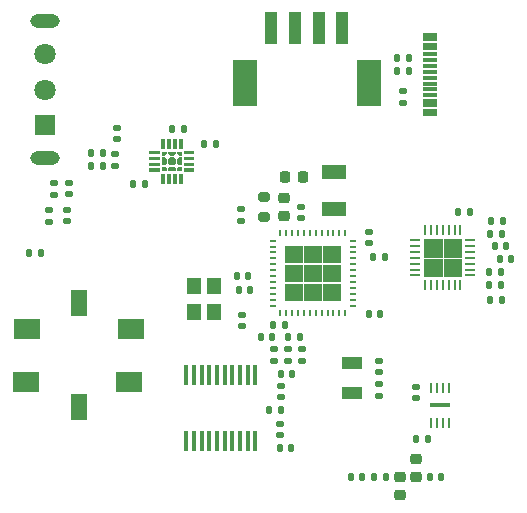
<source format=gtp>
G04 #@! TF.GenerationSoftware,KiCad,Pcbnew,(7.0.0)*
G04 #@! TF.CreationDate,2023-11-05T02:12:39-05:00*
G04 #@! TF.ProjectId,Emrick,456d7269-636b-42e6-9b69-6361645f7063,5.1*
G04 #@! TF.SameCoordinates,Original*
G04 #@! TF.FileFunction,Paste,Top*
G04 #@! TF.FilePolarity,Positive*
%FSLAX46Y46*%
G04 Gerber Fmt 4.6, Leading zero omitted, Abs format (unit mm)*
G04 Created by KiCad (PCBNEW (7.0.0)) date 2023-11-05 02:12:39*
%MOMM*%
%LPD*%
G01*
G04 APERTURE LIST*
G04 Aperture macros list*
%AMRoundRect*
0 Rectangle with rounded corners*
0 $1 Rounding radius*
0 $2 $3 $4 $5 $6 $7 $8 $9 X,Y pos of 4 corners*
0 Add a 4 corners polygon primitive as box body*
4,1,4,$2,$3,$4,$5,$6,$7,$8,$9,$2,$3,0*
0 Add four circle primitives for the rounded corners*
1,1,$1+$1,$2,$3*
1,1,$1+$1,$4,$5*
1,1,$1+$1,$6,$7*
1,1,$1+$1,$8,$9*
0 Add four rect primitives between the rounded corners*
20,1,$1+$1,$2,$3,$4,$5,0*
20,1,$1+$1,$4,$5,$6,$7,0*
20,1,$1+$1,$6,$7,$8,$9,0*
20,1,$1+$1,$8,$9,$2,$3,0*%
G04 Aperture macros list end*
%ADD10C,0.100000*%
%ADD11R,1.200000X1.400000*%
%ADD12R,2.200000X1.700000*%
%ADD13R,1.400000X2.200000*%
%ADD14RoundRect,0.135000X0.135000X0.185000X-0.135000X0.185000X-0.135000X-0.185000X0.135000X-0.185000X0*%
%ADD15R,2.000000X1.200000*%
%ADD16RoundRect,0.147500X-0.172500X0.147500X-0.172500X-0.147500X0.172500X-0.147500X0.172500X0.147500X0*%
%ADD17RoundRect,0.140000X0.140000X0.170000X-0.140000X0.170000X-0.140000X-0.170000X0.140000X-0.170000X0*%
%ADD18RoundRect,0.225000X0.250000X-0.225000X0.250000X0.225000X-0.250000X0.225000X-0.250000X-0.225000X0*%
%ADD19RoundRect,0.140000X-0.170000X0.140000X-0.170000X-0.140000X0.170000X-0.140000X0.170000X0.140000X0*%
%ADD20RoundRect,0.140000X-0.140000X-0.170000X0.140000X-0.170000X0.140000X0.170000X-0.140000X0.170000X0*%
%ADD21RoundRect,0.135000X0.185000X-0.135000X0.185000X0.135000X-0.185000X0.135000X-0.185000X-0.135000X0*%
%ADD22RoundRect,0.135000X-0.135000X-0.185000X0.135000X-0.185000X0.135000X0.185000X-0.135000X0.185000X0*%
%ADD23R,0.965200X0.254000*%
%ADD24R,0.254000X0.965200*%
%ADD25R,0.355600X1.676400*%
%ADD26RoundRect,0.140000X0.170000X-0.140000X0.170000X0.140000X-0.170000X0.140000X-0.170000X-0.140000X0*%
%ADD27R,1.800000X1.800000*%
%ADD28C,1.800000*%
%ADD29O,2.500000X1.200000*%
%ADD30O,0.240000X0.599999*%
%ADD31O,0.599999X0.240000*%
%ADD32R,1.800000X1.000000*%
%ADD33R,1.000000X2.700000*%
%ADD34R,2.000000X4.000000*%
%ADD35RoundRect,0.225000X-0.250000X0.225000X-0.250000X-0.225000X0.250000X-0.225000X0.250000X0.225000X0*%
%ADD36R,1.150000X0.300000*%
%ADD37RoundRect,0.147500X0.172500X-0.147500X0.172500X0.147500X-0.172500X0.147500X-0.172500X-0.147500X0*%
%ADD38RoundRect,0.147500X-0.147500X-0.172500X0.147500X-0.172500X0.147500X0.172500X-0.147500X0.172500X0*%
%ADD39R,0.254000X0.812800*%
%ADD40R,1.701800X0.304800*%
%ADD41RoundRect,0.200000X-0.275000X0.200000X-0.275000X-0.200000X0.275000X-0.200000X0.275000X0.200000X0*%
%ADD42RoundRect,0.225000X0.225000X0.250000X-0.225000X0.250000X-0.225000X-0.250000X0.225000X-0.250000X0*%
G04 APERTURE END LIST*
G36*
X117776400Y-39926400D02*
G01*
X116300000Y-39926400D01*
X116300000Y-38450000D01*
X117776400Y-38450000D01*
X117776400Y-39926400D01*
G37*
D10*
X117776400Y-39926400D02*
X116300000Y-39926400D01*
X116300000Y-38450000D01*
X117776400Y-38450000D01*
X117776400Y-39926400D01*
G36*
X117776400Y-38250000D02*
G01*
X116300000Y-38250000D01*
X116300000Y-36773600D01*
X117776400Y-36773600D01*
X117776400Y-38250000D01*
G37*
X117776400Y-38250000D02*
X116300000Y-38250000D01*
X116300000Y-36773600D01*
X117776400Y-36773600D01*
X117776400Y-38250000D01*
G36*
X116100000Y-39926400D02*
G01*
X114623600Y-39926400D01*
X114623600Y-38450000D01*
X116100000Y-38450000D01*
X116100000Y-39926400D01*
G37*
X116100000Y-39926400D02*
X114623600Y-39926400D01*
X114623600Y-38450000D01*
X116100000Y-38450000D01*
X116100000Y-39926400D01*
G36*
X116100000Y-38250000D02*
G01*
X114623600Y-38250000D01*
X114623600Y-36773600D01*
X116100000Y-36773600D01*
X116100000Y-38250000D01*
G37*
X116100000Y-38250000D02*
X114623600Y-38250000D01*
X114623600Y-36773600D01*
X116100000Y-36773600D01*
X116100000Y-38250000D01*
G36*
X92150107Y-29515108D02*
G01*
X91349892Y-29515108D01*
X91349892Y-29284890D01*
X92150107Y-29284890D01*
X92150107Y-29515108D01*
G37*
X92150107Y-29515108D02*
X91349892Y-29515108D01*
X91349892Y-29284890D01*
X92150107Y-29284890D01*
X92150107Y-29515108D01*
G36*
X92150107Y-30015107D02*
G01*
X91349892Y-30015107D01*
X91349892Y-29784892D01*
X92150107Y-29784892D01*
X92150107Y-30015107D01*
G37*
X92150107Y-30015107D02*
X91349892Y-30015107D01*
X91349892Y-29784892D01*
X92150107Y-29784892D01*
X92150107Y-30015107D01*
G36*
X92150107Y-30515106D02*
G01*
X91349892Y-30515106D01*
X91349892Y-30284891D01*
X92150107Y-30284891D01*
X92150107Y-30515106D01*
G37*
X92150107Y-30515106D02*
X91349892Y-30515106D01*
X91349892Y-30284891D01*
X92150107Y-30284891D01*
X92150107Y-30515106D01*
G36*
X92150107Y-31015108D02*
G01*
X91349892Y-31015108D01*
X91349892Y-30784890D01*
X92150107Y-30784890D01*
X92150107Y-31015108D01*
G37*
X92150107Y-31015108D02*
X91349892Y-31015108D01*
X91349892Y-30784890D01*
X92150107Y-30784890D01*
X92150107Y-31015108D01*
G36*
X92589918Y-29075107D02*
G01*
X92359702Y-29075107D01*
X92359702Y-28274892D01*
X92589918Y-28274892D01*
X92589918Y-29075107D01*
G37*
X92589918Y-29075107D02*
X92359702Y-29075107D01*
X92359702Y-28274892D01*
X92589918Y-28274892D01*
X92589918Y-29075107D01*
G36*
X92589918Y-32025106D02*
G01*
X92359702Y-32025106D01*
X92359702Y-31224891D01*
X92589918Y-31224891D01*
X92589918Y-32025106D01*
G37*
X92589918Y-32025106D02*
X92359702Y-32025106D01*
X92359702Y-31224891D01*
X92589918Y-31224891D01*
X92589918Y-32025106D01*
G36*
X93090044Y-29075107D02*
G01*
X92859828Y-29075107D01*
X92859828Y-28274892D01*
X93090044Y-28274892D01*
X93090044Y-29075107D01*
G37*
X93090044Y-29075107D02*
X92859828Y-29075107D01*
X92859828Y-28274892D01*
X93090044Y-28274892D01*
X93090044Y-29075107D01*
G36*
X93090044Y-32025106D02*
G01*
X92859828Y-32025106D01*
X92859828Y-31224891D01*
X93090044Y-31224891D01*
X93090044Y-32025106D01*
G37*
X93090044Y-32025106D02*
X92859828Y-32025106D01*
X92859828Y-31224891D01*
X93090044Y-31224891D01*
X93090044Y-32025106D01*
G36*
X93590170Y-29075107D02*
G01*
X93359954Y-29075107D01*
X93359954Y-28274892D01*
X93590170Y-28274892D01*
X93590170Y-29075107D01*
G37*
X93590170Y-29075107D02*
X93359954Y-29075107D01*
X93359954Y-28274892D01*
X93590170Y-28274892D01*
X93590170Y-29075107D01*
G36*
X93590170Y-32025106D02*
G01*
X93359954Y-32025106D01*
X93359954Y-31224891D01*
X93590170Y-31224891D01*
X93590170Y-32025106D01*
G37*
X93590170Y-32025106D02*
X93359954Y-32025106D01*
X93359954Y-31224891D01*
X93590170Y-31224891D01*
X93590170Y-32025106D01*
G36*
X94090296Y-29075107D02*
G01*
X93860080Y-29075107D01*
X93860080Y-28274892D01*
X94090296Y-28274892D01*
X94090296Y-29075107D01*
G37*
X94090296Y-29075107D02*
X93860080Y-29075107D01*
X93860080Y-28274892D01*
X94090296Y-28274892D01*
X94090296Y-29075107D01*
G36*
X94090296Y-32025106D02*
G01*
X93860080Y-32025106D01*
X93860080Y-31224891D01*
X94090296Y-31224891D01*
X94090296Y-32025106D01*
G37*
X94090296Y-32025106D02*
X93860080Y-32025106D01*
X93860080Y-31224891D01*
X94090296Y-31224891D01*
X94090296Y-32025106D01*
G36*
X95100106Y-29515108D02*
G01*
X94299891Y-29515108D01*
X94299891Y-29284890D01*
X95100106Y-29284890D01*
X95100106Y-29515108D01*
G37*
X95100106Y-29515108D02*
X94299891Y-29515108D01*
X94299891Y-29284890D01*
X95100106Y-29284890D01*
X95100106Y-29515108D01*
G36*
X95100106Y-30015107D02*
G01*
X94299891Y-30015107D01*
X94299891Y-29784892D01*
X95100106Y-29784892D01*
X95100106Y-30015107D01*
G37*
X95100106Y-30015107D02*
X94299891Y-30015107D01*
X94299891Y-29784892D01*
X95100106Y-29784892D01*
X95100106Y-30015107D01*
G36*
X95100106Y-30515106D02*
G01*
X94299891Y-30515106D01*
X94299891Y-30284891D01*
X95100106Y-30284891D01*
X95100106Y-30515106D01*
G37*
X95100106Y-30515106D02*
X94299891Y-30515106D01*
X94299891Y-30284891D01*
X95100106Y-30284891D01*
X95100106Y-30515106D01*
G36*
X95100106Y-31015108D02*
G01*
X94299891Y-31015108D01*
X94299891Y-30784890D01*
X95100106Y-30784890D01*
X95100106Y-31015108D01*
G37*
X95100106Y-31015108D02*
X94299891Y-31015108D01*
X94299891Y-30784890D01*
X95100106Y-30784890D01*
X95100106Y-31015108D01*
G36*
X92731299Y-29514878D02*
G01*
X92589878Y-29656299D01*
X92449929Y-29656299D01*
X92449929Y-29374929D01*
X92731299Y-29374929D01*
X92731299Y-29514878D01*
G37*
X92731299Y-29514878D02*
X92589878Y-29656299D01*
X92449929Y-29656299D01*
X92449929Y-29374929D01*
X92731299Y-29374929D01*
X92731299Y-29514878D01*
G36*
X92731299Y-30785120D02*
G01*
X92731299Y-30925069D01*
X92449929Y-30925069D01*
X92449929Y-30643699D01*
X92589878Y-30643699D01*
X92731299Y-30785120D01*
G37*
X92731299Y-30785120D02*
X92731299Y-30925069D01*
X92449929Y-30925069D01*
X92449929Y-30643699D01*
X92589878Y-30643699D01*
X92731299Y-30785120D01*
G36*
X94000069Y-29656299D02*
G01*
X93860120Y-29656299D01*
X93718699Y-29514878D01*
X93718699Y-29374929D01*
X94000069Y-29374929D01*
X94000069Y-29656299D01*
G37*
X94000069Y-29656299D02*
X93860120Y-29656299D01*
X93718699Y-29514878D01*
X93718699Y-29374929D01*
X94000069Y-29374929D01*
X94000069Y-29656299D01*
G36*
X94000069Y-30925069D02*
G01*
X93718699Y-30925069D01*
X93718699Y-30785120D01*
X93860120Y-30643699D01*
X94000069Y-30643699D01*
X94000069Y-30925069D01*
G37*
X94000069Y-30925069D02*
X93718699Y-30925069D01*
X93718699Y-30785120D01*
X93860120Y-30643699D01*
X94000069Y-30643699D01*
X94000069Y-30925069D01*
G36*
X92731299Y-29997720D02*
G01*
X92731299Y-30302278D01*
X92589878Y-30443699D01*
X92449929Y-30443699D01*
X92449929Y-29856299D01*
X92589878Y-29856299D01*
X92731299Y-29997720D01*
G37*
X92731299Y-29997720D02*
X92731299Y-30302278D01*
X92589878Y-30443699D01*
X92449929Y-30443699D01*
X92449929Y-29856299D01*
X92589878Y-29856299D01*
X92731299Y-29997720D01*
G36*
X93518699Y-29514878D02*
G01*
X93377278Y-29656299D01*
X93072720Y-29656299D01*
X92931299Y-29514878D01*
X92931299Y-29374929D01*
X93518699Y-29374929D01*
X93518699Y-29514878D01*
G37*
X93518699Y-29514878D02*
X93377278Y-29656299D01*
X93072720Y-29656299D01*
X92931299Y-29514878D01*
X92931299Y-29374929D01*
X93518699Y-29374929D01*
X93518699Y-29514878D01*
G36*
X93518699Y-30785120D02*
G01*
X93518699Y-30925069D01*
X92931299Y-30925069D01*
X92931299Y-30785120D01*
X93072720Y-30643699D01*
X93377278Y-30643699D01*
X93518699Y-30785120D01*
G37*
X93518699Y-30785120D02*
X93518699Y-30925069D01*
X92931299Y-30925069D01*
X92931299Y-30785120D01*
X93072720Y-30643699D01*
X93377278Y-30643699D01*
X93518699Y-30785120D01*
G36*
X94000069Y-30443699D02*
G01*
X93860120Y-30443699D01*
X93718699Y-30302278D01*
X93718699Y-29997720D01*
X93860120Y-29856299D01*
X94000069Y-29856299D01*
X94000069Y-30443699D01*
G37*
X94000069Y-30443699D02*
X93860120Y-30443699D01*
X93718699Y-30302278D01*
X93718699Y-29997720D01*
X93860120Y-29856299D01*
X94000069Y-29856299D01*
X94000069Y-30443699D01*
G36*
X93518699Y-29997720D02*
G01*
X93518699Y-30302278D01*
X93377278Y-30443699D01*
X93072720Y-30443699D01*
X92931299Y-30302278D01*
X92931299Y-29997720D01*
X93072720Y-29856299D01*
X93377278Y-29856299D01*
X93518699Y-29997720D01*
G37*
X93518699Y-29997720D02*
X93518699Y-30302278D01*
X93377278Y-30443699D01*
X93072720Y-30443699D01*
X92931299Y-30302278D01*
X92931299Y-29997720D01*
X93072720Y-29856299D01*
X93377278Y-29856299D01*
X93518699Y-29997720D01*
G36*
X104296499Y-41960498D02*
G01*
X102889499Y-41960498D01*
X102889499Y-40553498D01*
X104296499Y-40553498D01*
X104296499Y-41960498D01*
G37*
X104296499Y-41960498D02*
X102889499Y-41960498D01*
X102889499Y-40553498D01*
X104296499Y-40553498D01*
X104296499Y-41960498D01*
G36*
X105903499Y-41960498D02*
G01*
X104496499Y-41960498D01*
X104496499Y-40553498D01*
X105903499Y-40553498D01*
X105903499Y-41960498D01*
G37*
X105903499Y-41960498D02*
X104496499Y-41960498D01*
X104496499Y-40553498D01*
X105903499Y-40553498D01*
X105903499Y-41960498D01*
G36*
X107510498Y-41960498D02*
G01*
X106103498Y-41960498D01*
X106103498Y-40553498D01*
X107510498Y-40553498D01*
X107510498Y-41960498D01*
G37*
X107510498Y-41960498D02*
X106103498Y-41960498D01*
X106103498Y-40553498D01*
X107510498Y-40553498D01*
X107510498Y-41960498D01*
G36*
X104296499Y-40353499D02*
G01*
X102889499Y-40353499D01*
X102889499Y-38946499D01*
X104296499Y-38946499D01*
X104296499Y-40353499D01*
G37*
X104296499Y-40353499D02*
X102889499Y-40353499D01*
X102889499Y-38946499D01*
X104296499Y-38946499D01*
X104296499Y-40353499D01*
G36*
X105903499Y-40353499D02*
G01*
X104496499Y-40353499D01*
X104496499Y-38946499D01*
X105903499Y-38946499D01*
X105903499Y-40353499D01*
G37*
X105903499Y-40353499D02*
X104496499Y-40353499D01*
X104496499Y-38946499D01*
X105903499Y-38946499D01*
X105903499Y-40353499D01*
G36*
X107510498Y-40353499D02*
G01*
X106103498Y-40353499D01*
X106103498Y-38946499D01*
X107510498Y-38946499D01*
X107510498Y-40353499D01*
G37*
X107510498Y-40353499D02*
X106103498Y-40353499D01*
X106103498Y-38946499D01*
X107510498Y-38946499D01*
X107510498Y-40353499D01*
G36*
X104296499Y-38746499D02*
G01*
X102889499Y-38746499D01*
X102889499Y-37339499D01*
X104296499Y-37339499D01*
X104296499Y-38746499D01*
G37*
X104296499Y-38746499D02*
X102889499Y-38746499D01*
X102889499Y-37339499D01*
X104296499Y-37339499D01*
X104296499Y-38746499D01*
G36*
X105903499Y-38746499D02*
G01*
X104496499Y-38746499D01*
X104496499Y-37339499D01*
X105903499Y-37339499D01*
X105903499Y-38746499D01*
G37*
X105903499Y-38746499D02*
X104496499Y-38746499D01*
X104496499Y-37339499D01*
X105903499Y-37339499D01*
X105903499Y-38746499D01*
G36*
X107510498Y-38746499D02*
G01*
X106103498Y-38746499D01*
X106103498Y-37339499D01*
X107510498Y-37339499D01*
X107510498Y-38746499D01*
G37*
X107510498Y-38746499D02*
X106103498Y-38746499D01*
X106103498Y-37339499D01*
X107510498Y-37339499D01*
X107510498Y-38746499D01*
D11*
X96849999Y-42949999D03*
X96849999Y-40749999D03*
X95149999Y-40749999D03*
X95149999Y-42949999D03*
D12*
X81006999Y-44358999D03*
X89807999Y-44358999D03*
X80879999Y-48858999D03*
X89680999Y-48858999D03*
D13*
X85407999Y-51008999D03*
X85407999Y-42208999D03*
D14*
X113360000Y-21400000D03*
X112340000Y-21400000D03*
D15*
X106999999Y-34249999D03*
X106999999Y-31049999D03*
D16*
X102400000Y-52385000D03*
X102400000Y-53355000D03*
X101900000Y-46080000D03*
X101900000Y-47050000D03*
D17*
X99705000Y-39925000D03*
X98745000Y-39925000D03*
D18*
X113950000Y-56925000D03*
X113950000Y-55375000D03*
D19*
X99200000Y-43170000D03*
X99200000Y-44130000D03*
D20*
X109920000Y-43150000D03*
X110880000Y-43150000D03*
X120320000Y-35250000D03*
X121280000Y-35250000D03*
D17*
X94280000Y-27450000D03*
X93320000Y-27450000D03*
D14*
X121154000Y-39537000D03*
X120134000Y-39537000D03*
X90985000Y-32125000D03*
X89965000Y-32125000D03*
D21*
X83312000Y-33024000D03*
X83312000Y-32004000D03*
D22*
X86408800Y-29464000D03*
X87428800Y-29464000D03*
D19*
X103100000Y-46090000D03*
X103100000Y-47050000D03*
D23*
X118524099Y-39849999D03*
X118524099Y-39350000D03*
X118524099Y-38849998D03*
X118524099Y-38349999D03*
X118524099Y-37850000D03*
X118524099Y-37349998D03*
X118524099Y-36849999D03*
D24*
X117699999Y-36025899D03*
X117200000Y-36025899D03*
X116699998Y-36025899D03*
X116199999Y-36025899D03*
X115700000Y-36025899D03*
X115199998Y-36025899D03*
X114699999Y-36025899D03*
D23*
X113875899Y-36849999D03*
X113875899Y-37349998D03*
X113875899Y-37850000D03*
X113875899Y-38349999D03*
X113875899Y-38849998D03*
X113875899Y-39350000D03*
X113875899Y-39849999D03*
D24*
X114699999Y-40674099D03*
X115199998Y-40674099D03*
X115700000Y-40674099D03*
X116199999Y-40674099D03*
X116699998Y-40674099D03*
X117200000Y-40674099D03*
X117699999Y-40674099D03*
D14*
X118510000Y-34450000D03*
X117490000Y-34450000D03*
D25*
X94479999Y-53898799D03*
X95130000Y-53898799D03*
X95779998Y-53898799D03*
X96430000Y-53898799D03*
X97079998Y-53898799D03*
X97729997Y-53898799D03*
X98379998Y-53898799D03*
X99029997Y-53898799D03*
X99679998Y-53898799D03*
X100329997Y-53898799D03*
X100329999Y-48259999D03*
X99680001Y-48259999D03*
X99030000Y-48259999D03*
X98380001Y-48259999D03*
X97730000Y-48259999D03*
X97080001Y-48259999D03*
X96430000Y-48259999D03*
X95780001Y-48259999D03*
X95130000Y-48259999D03*
X94480001Y-48259999D03*
D26*
X104200000Y-34980000D03*
X104200000Y-34020000D03*
X88600000Y-28330000D03*
X88600000Y-27370000D03*
D20*
X110320000Y-38250000D03*
X111280000Y-38250000D03*
D27*
X82549999Y-27129999D03*
D28*
X82550000Y-24130000D03*
X82550000Y-21130000D03*
D29*
X82549999Y-18329999D03*
X82549999Y-29929999D03*
D20*
X100826000Y-45070000D03*
X101786000Y-45070000D03*
D30*
X102449999Y-43050000D03*
X102949998Y-43050000D03*
X103449997Y-43050000D03*
X103949999Y-43050000D03*
X104449998Y-43050000D03*
X104949999Y-43050000D03*
X105449999Y-43050000D03*
X105949997Y-43050000D03*
X106449999Y-43050000D03*
X106949998Y-43050000D03*
X107450000Y-43050000D03*
X107949999Y-43050000D03*
D31*
X108600000Y-42399999D03*
X108600000Y-41900000D03*
X108600000Y-41400001D03*
X108600000Y-40899999D03*
X108600000Y-40400000D03*
X108600000Y-39899999D03*
X108600000Y-39399999D03*
X108600000Y-38900001D03*
X108600000Y-38399999D03*
X108600000Y-37900000D03*
X108600000Y-37399998D03*
X108600000Y-36899999D03*
D30*
X107949999Y-36249998D03*
X107450000Y-36249998D03*
X106949998Y-36249998D03*
X106449999Y-36249998D03*
X105949997Y-36249998D03*
X105449999Y-36249998D03*
X104949999Y-36249998D03*
X104449998Y-36249998D03*
X103949999Y-36249998D03*
X103449997Y-36249998D03*
X102949998Y-36249998D03*
X102449999Y-36249998D03*
D31*
X101799998Y-36899999D03*
X101799998Y-37399998D03*
X101799998Y-37900000D03*
X101799998Y-38399999D03*
X101799998Y-38900001D03*
X101799998Y-39399999D03*
X101799998Y-39899999D03*
X101799998Y-40400000D03*
X101799998Y-40899999D03*
X101799998Y-41400001D03*
X101799998Y-41900000D03*
X101799998Y-42399999D03*
D17*
X99880000Y-41050000D03*
X98920000Y-41050000D03*
D32*
X108499999Y-49799999D03*
X108499999Y-47299999D03*
D14*
X121154000Y-40680000D03*
X120134000Y-40680000D03*
D19*
X88442800Y-29593600D03*
X88442800Y-30553600D03*
D33*
X101695999Y-18922999D03*
X103695999Y-18922999D03*
X105695999Y-18922999D03*
X107695999Y-18922999D03*
D34*
X109945999Y-23522999D03*
X99445999Y-23522999D03*
D19*
X113900000Y-49270000D03*
X113900000Y-50230000D03*
D14*
X87428800Y-30564000D03*
X86408800Y-30564000D03*
D17*
X102480000Y-51270000D03*
X101520000Y-51270000D03*
D18*
X102800000Y-34825000D03*
X102800000Y-33275000D03*
D35*
X112600000Y-56925000D03*
X112600000Y-58475000D03*
D20*
X115120000Y-56925000D03*
X116080000Y-56925000D03*
D36*
X115129999Y-26199999D03*
X115129999Y-25399999D03*
X115129999Y-24099999D03*
X115129999Y-23099999D03*
X115129999Y-22599999D03*
X115129999Y-21599999D03*
X115129999Y-20299999D03*
X115129999Y-19499999D03*
X115129999Y-19799999D03*
X115129999Y-20599999D03*
X115129999Y-21099999D03*
X115129999Y-22099999D03*
X115129999Y-23599999D03*
X115129999Y-24599999D03*
X115129999Y-25099999D03*
X115129999Y-25899999D03*
D26*
X110000000Y-37130000D03*
X110000000Y-36170000D03*
D20*
X102520000Y-48170000D03*
X103480000Y-48170000D03*
D14*
X82171000Y-37973000D03*
X81151000Y-37973000D03*
D20*
X102420000Y-54450000D03*
X103380000Y-54450000D03*
D37*
X84424000Y-35260000D03*
X84424000Y-34290000D03*
D21*
X99150000Y-35210000D03*
X99150000Y-34190000D03*
D17*
X109362500Y-56925000D03*
X108402500Y-56925000D03*
D26*
X110800000Y-50030000D03*
X110800000Y-49070000D03*
D20*
X121020000Y-38450000D03*
X121980000Y-38450000D03*
D22*
X112315000Y-22550000D03*
X113335000Y-22550000D03*
D20*
X120220000Y-36300000D03*
X121180000Y-36300000D03*
D19*
X110800000Y-47070000D03*
X110800000Y-48030000D03*
D38*
X110397500Y-56925000D03*
X111367500Y-56925000D03*
D20*
X120620000Y-37350000D03*
X121580000Y-37350000D03*
D19*
X104300000Y-46090000D03*
X104300000Y-47050000D03*
D22*
X113940000Y-53700000D03*
X114960000Y-53700000D03*
X95965188Y-28725000D03*
X96985188Y-28725000D03*
D16*
X102500000Y-49185000D03*
X102500000Y-50155000D03*
D39*
X115237999Y-52297799D03*
X115745999Y-52297799D03*
X116253999Y-52297799D03*
X116761999Y-52297799D03*
X116761999Y-49402199D03*
X116253999Y-49402199D03*
X115745999Y-49402199D03*
X115237999Y-49402199D03*
D40*
X115999999Y-50849999D03*
D21*
X112800000Y-25210000D03*
X112800000Y-24190000D03*
D37*
X84527000Y-32974000D03*
X84527000Y-32004000D03*
D21*
X82900000Y-35310000D03*
X82900000Y-34290000D03*
D14*
X121192000Y-41914000D03*
X120172000Y-41914000D03*
D38*
X101837000Y-44070000D03*
X102807000Y-44070000D03*
D41*
X101100000Y-33225000D03*
X101100000Y-34875000D03*
D38*
X103107000Y-45070000D03*
X104077000Y-45070000D03*
D42*
X104375000Y-31550000D03*
X102825000Y-31550000D03*
M02*

</source>
